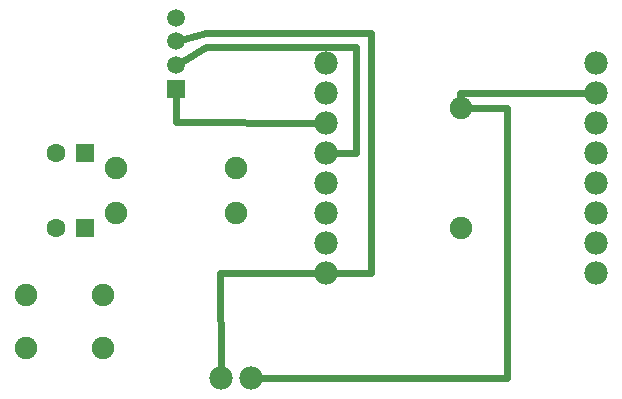
<source format=gbl>
G04 MADE WITH FRITZING*
G04 WWW.FRITZING.ORG*
G04 DOUBLE SIDED*
G04 HOLES PLATED*
G04 CONTOUR ON CENTER OF CONTOUR VECTOR*
%ASAXBY*%
%FSLAX23Y23*%
%MOIN*%
%OFA0B0*%
%SFA1.0B1.0*%
%ADD10C,0.078000*%
%ADD11C,0.075000*%
%ADD12C,0.059200*%
%ADD13C,0.062992*%
%ADD14C,0.077778*%
%ADD15R,0.059200X0.059200*%
%ADD16R,0.062992X0.062992*%
%ADD17C,0.024000*%
%LNCOPPER0*%
G90*
G70*
G54D10*
X942Y91D03*
X1042Y91D03*
G54D11*
X1742Y991D03*
X1742Y591D03*
G54D12*
X792Y1055D03*
X792Y1291D03*
X792Y1212D03*
X792Y1133D03*
G54D13*
X490Y841D03*
X392Y841D03*
X490Y591D03*
X392Y591D03*
G54D11*
X592Y791D03*
X992Y791D03*
X592Y641D03*
X992Y641D03*
G54D14*
X2192Y1141D03*
X2192Y1041D03*
X2192Y941D03*
X2192Y841D03*
X2192Y741D03*
X2192Y641D03*
X2192Y541D03*
X2192Y441D03*
X1292Y441D03*
X1292Y541D03*
X1292Y641D03*
X1292Y741D03*
X1292Y841D03*
X1292Y941D03*
X1292Y1041D03*
X1292Y1141D03*
X2192Y1141D03*
X2192Y1041D03*
X2192Y941D03*
X2192Y841D03*
X2192Y741D03*
X2192Y641D03*
X2192Y541D03*
X2192Y441D03*
X1292Y441D03*
X1292Y541D03*
X1292Y641D03*
X1292Y741D03*
X1292Y841D03*
X1292Y941D03*
X1292Y1041D03*
X1292Y1141D03*
G54D11*
X548Y191D03*
X292Y191D03*
X548Y368D03*
X292Y368D03*
G54D15*
X792Y1055D03*
G54D16*
X490Y841D03*
X490Y591D03*
G54D17*
X940Y441D02*
X1263Y441D01*
D02*
X942Y121D02*
X940Y441D01*
D02*
X1740Y1039D02*
X1741Y1019D01*
D02*
X2163Y1041D02*
X1740Y1039D01*
D02*
X1894Y991D02*
X1771Y991D01*
D02*
X1894Y90D02*
X1894Y991D01*
D02*
X1072Y91D02*
X1894Y90D01*
D02*
X791Y942D02*
X792Y1020D01*
D02*
X1263Y941D02*
X791Y942D01*
D02*
X892Y1241D02*
X1442Y1241D01*
D02*
X1441Y441D02*
X1321Y441D01*
D02*
X1442Y1241D02*
X1441Y441D01*
D02*
X818Y1220D02*
X892Y1241D01*
D02*
X892Y1192D02*
X815Y1147D01*
D02*
X1392Y1192D02*
X892Y1192D01*
D02*
X1393Y841D02*
X1392Y1192D01*
D02*
X1321Y841D02*
X1393Y841D01*
G04 End of Copper0*
M02*
</source>
